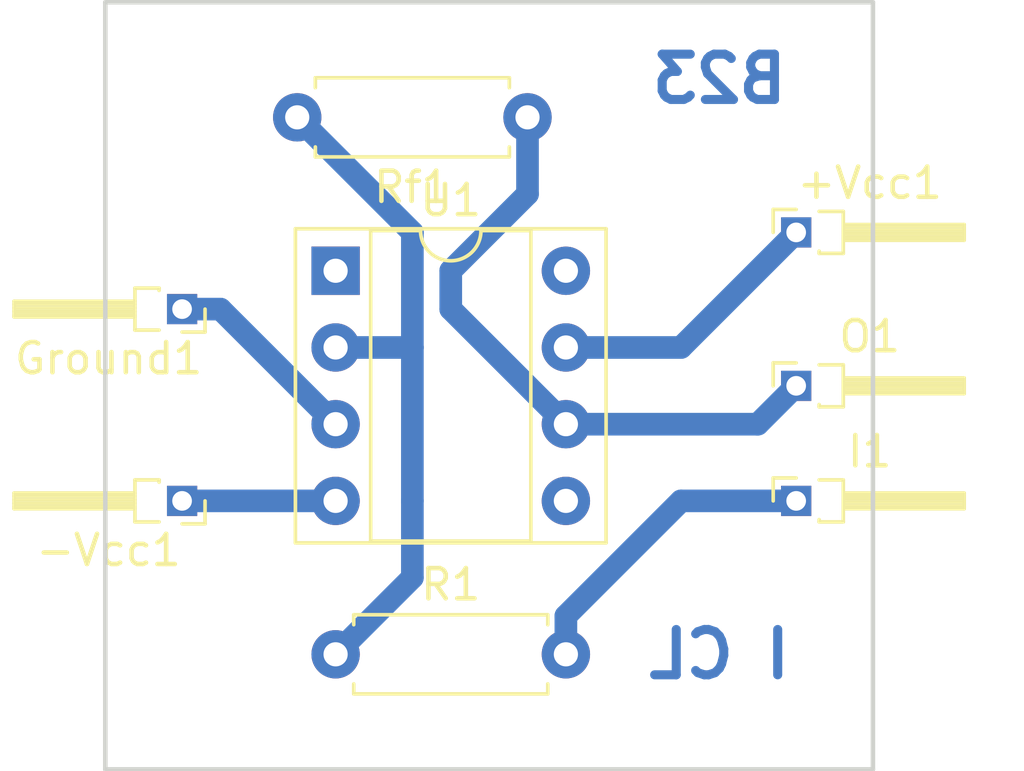
<source format=kicad_pcb>
(kicad_pcb (version 4) (host pcbnew 4.0.7)

  (general
    (links 8)
    (no_connects 0)
    (area 136.014999 77.394999 170.192501 102.945001)
    (thickness 1.6)
    (drawings 6)
    (tracks 20)
    (zones 0)
    (modules 8)
    (nets 10)
  )

  (page A4)
  (layers
    (0 F.Cu signal)
    (31 B.Cu signal)
    (32 B.Adhes user)
    (33 F.Adhes user)
    (34 B.Paste user)
    (35 F.Paste user)
    (36 B.SilkS user)
    (37 F.SilkS user)
    (38 B.Mask user)
    (39 F.Mask user)
    (40 Dwgs.User user)
    (41 Cmts.User user)
    (42 Eco1.User user)
    (43 Eco2.User user)
    (44 Edge.Cuts user)
    (45 Margin user)
    (46 B.CrtYd user)
    (47 F.CrtYd user)
    (48 B.Fab user)
    (49 F.Fab user)
  )

  (setup
    (last_trace_width 0.75)
    (trace_clearance 0.2)
    (zone_clearance 0.508)
    (zone_45_only no)
    (trace_min 0.2)
    (segment_width 0.2)
    (edge_width 0.15)
    (via_size 0.6)
    (via_drill 0.4)
    (via_min_size 0.4)
    (via_min_drill 0.3)
    (uvia_size 0.3)
    (uvia_drill 0.1)
    (uvias_allowed no)
    (uvia_min_size 0.2)
    (uvia_min_drill 0.1)
    (pcb_text_width 0.3)
    (pcb_text_size 1.5 1.5)
    (mod_edge_width 0.15)
    (mod_text_size 1 1)
    (mod_text_width 0.15)
    (pad_size 1.524 1.524)
    (pad_drill 0.762)
    (pad_to_mask_clearance 0.2)
    (aux_axis_origin 0 0)
    (visible_elements FFFFFF7F)
    (pcbplotparams
      (layerselection 0x3d030_80000001)
      (usegerberextensions false)
      (excludeedgelayer true)
      (linewidth 0.100000)
      (plotframeref false)
      (viasonmask false)
      (mode 1)
      (useauxorigin false)
      (hpglpennumber 1)
      (hpglpenspeed 20)
      (hpglpendiameter 15)
      (hpglpenoverlay 2)
      (psnegative false)
      (psa4output false)
      (plotreference true)
      (plotvalue true)
      (plotinvisibletext false)
      (padsonsilk false)
      (subtractmaskfromsilk false)
      (outputformat 4)
      (mirror false)
      (drillshape 0)
      (scaleselection 1)
      (outputdirectory ""))
  )

  (net 0 "")
  (net 1 "Net-(+Vcc1-Pad1)")
  (net 2 "Net-(-Vcc1-Pad1)")
  (net 3 "Net-(Ground1-Pad1)")
  (net 4 "Net-(I1-Pad1)")
  (net 5 "Net-(O1-Pad1)")
  (net 6 "Net-(R1-Pad1)")
  (net 7 "Net-(U1-Pad1)")
  (net 8 "Net-(U1-Pad5)")
  (net 9 "Net-(U1-Pad8)")

  (net_class Default "This is the default net class."
    (clearance 0.2)
    (trace_width 0.75)
    (via_dia 0.6)
    (via_drill 0.4)
    (uvia_dia 0.3)
    (uvia_drill 0.1)
    (add_net "Net-(+Vcc1-Pad1)")
    (add_net "Net-(-Vcc1-Pad1)")
    (add_net "Net-(Ground1-Pad1)")
    (add_net "Net-(I1-Pad1)")
    (add_net "Net-(O1-Pad1)")
    (add_net "Net-(R1-Pad1)")
    (add_net "Net-(U1-Pad1)")
    (add_net "Net-(U1-Pad5)")
    (add_net "Net-(U1-Pad8)")
  )

  (module Pin_Headers:Pin_Header_Angled_1x01_Pitch1.27mm (layer F.Cu) (tedit 59650535) (tstamp 5C4A09F4)
    (at 162.56 85.09)
    (descr "Through hole angled pin header, 1x01, 1.27mm pitch, 4.0mm pin length, single row")
    (tags "Through hole angled pin header THT 1x01 1.27mm single row")
    (path /5C4A0792)
    (fp_text reference +Vcc1 (at 2.4325 -1.635) (layer F.SilkS)
      (effects (font (size 1 1) (thickness 0.15)))
    )
    (fp_text value +12V (at 2.4325 1.635) (layer F.Fab)
      (effects (font (size 1 1) (thickness 0.15)))
    )
    (fp_line (start 0.75 -0.635) (end 1.5 -0.635) (layer F.Fab) (width 0.1))
    (fp_line (start 1.5 -0.635) (end 1.5 0.635) (layer F.Fab) (width 0.1))
    (fp_line (start 1.5 0.635) (end 0.5 0.635) (layer F.Fab) (width 0.1))
    (fp_line (start 0.5 0.635) (end 0.5 -0.385) (layer F.Fab) (width 0.1))
    (fp_line (start 0.5 -0.385) (end 0.75 -0.635) (layer F.Fab) (width 0.1))
    (fp_line (start -0.2 -0.2) (end 0.5 -0.2) (layer F.Fab) (width 0.1))
    (fp_line (start -0.2 -0.2) (end -0.2 0.2) (layer F.Fab) (width 0.1))
    (fp_line (start -0.2 0.2) (end 0.5 0.2) (layer F.Fab) (width 0.1))
    (fp_line (start 1.5 -0.2) (end 5.5 -0.2) (layer F.Fab) (width 0.1))
    (fp_line (start 5.5 -0.2) (end 5.5 0.2) (layer F.Fab) (width 0.1))
    (fp_line (start 1.5 0.2) (end 5.5 0.2) (layer F.Fab) (width 0.1))
    (fp_line (start 0.76 -0.695) (end 1.56 -0.695) (layer F.SilkS) (width 0.12))
    (fp_line (start 1.56 -0.695) (end 1.56 0.695) (layer F.SilkS) (width 0.12))
    (fp_line (start 1.56 0.695) (end 0.76 0.695) (layer F.SilkS) (width 0.12))
    (fp_line (start 0.76 0.695) (end 0.76 0.619677) (layer F.SilkS) (width 0.12))
    (fp_line (start 1.56 -0.26) (end 5.56 -0.26) (layer F.SilkS) (width 0.12))
    (fp_line (start 5.56 -0.26) (end 5.56 0.26) (layer F.SilkS) (width 0.12))
    (fp_line (start 5.56 0.26) (end 1.56 0.26) (layer F.SilkS) (width 0.12))
    (fp_line (start 1.56 -0.2) (end 5.56 -0.2) (layer F.SilkS) (width 0.12))
    (fp_line (start 1.56 -0.08) (end 5.56 -0.08) (layer F.SilkS) (width 0.12))
    (fp_line (start 1.56 0.04) (end 5.56 0.04) (layer F.SilkS) (width 0.12))
    (fp_line (start 1.56 0.16) (end 5.56 0.16) (layer F.SilkS) (width 0.12))
    (fp_line (start -0.76 0) (end -0.76 -0.76) (layer F.SilkS) (width 0.12))
    (fp_line (start -0.76 -0.76) (end 0 -0.76) (layer F.SilkS) (width 0.12))
    (fp_line (start -1.15 -1.15) (end -1.15 1.15) (layer F.CrtYd) (width 0.05))
    (fp_line (start -1.15 1.15) (end 6 1.15) (layer F.CrtYd) (width 0.05))
    (fp_line (start 6 1.15) (end 6 -1.15) (layer F.CrtYd) (width 0.05))
    (fp_line (start 6 -1.15) (end -1.15 -1.15) (layer F.CrtYd) (width 0.05))
    (fp_text user %R (at 1 0 90) (layer F.Fab)
      (effects (font (size 0.6 0.6) (thickness 0.09)))
    )
    (pad 1 thru_hole rect (at 0 0) (size 1 1) (drill 0.65) (layers *.Cu *.Mask)
      (net 1 "Net-(+Vcc1-Pad1)"))
    (model ${KISYS3DMOD}/Pin_Headers.3dshapes/Pin_Header_Angled_1x01_Pitch1.27mm.wrl
      (at (xyz 0 0 0))
      (scale (xyz 1 1 1))
      (rotate (xyz 0 0 0))
    )
  )

  (module Pin_Headers:Pin_Header_Angled_1x01_Pitch1.27mm (layer F.Cu) (tedit 59650535) (tstamp 5C4A09F9)
    (at 142.24 93.98 180)
    (descr "Through hole angled pin header, 1x01, 1.27mm pitch, 4.0mm pin length, single row")
    (tags "Through hole angled pin header THT 1x01 1.27mm single row")
    (path /5C4A07C1)
    (fp_text reference -Vcc1 (at 2.4325 -1.635 180) (layer F.SilkS)
      (effects (font (size 1 1) (thickness 0.15)))
    )
    (fp_text value -12V (at 2.4325 1.635 180) (layer F.Fab)
      (effects (font (size 1 1) (thickness 0.15)))
    )
    (fp_line (start 0.75 -0.635) (end 1.5 -0.635) (layer F.Fab) (width 0.1))
    (fp_line (start 1.5 -0.635) (end 1.5 0.635) (layer F.Fab) (width 0.1))
    (fp_line (start 1.5 0.635) (end 0.5 0.635) (layer F.Fab) (width 0.1))
    (fp_line (start 0.5 0.635) (end 0.5 -0.385) (layer F.Fab) (width 0.1))
    (fp_line (start 0.5 -0.385) (end 0.75 -0.635) (layer F.Fab) (width 0.1))
    (fp_line (start -0.2 -0.2) (end 0.5 -0.2) (layer F.Fab) (width 0.1))
    (fp_line (start -0.2 -0.2) (end -0.2 0.2) (layer F.Fab) (width 0.1))
    (fp_line (start -0.2 0.2) (end 0.5 0.2) (layer F.Fab) (width 0.1))
    (fp_line (start 1.5 -0.2) (end 5.5 -0.2) (layer F.Fab) (width 0.1))
    (fp_line (start 5.5 -0.2) (end 5.5 0.2) (layer F.Fab) (width 0.1))
    (fp_line (start 1.5 0.2) (end 5.5 0.2) (layer F.Fab) (width 0.1))
    (fp_line (start 0.76 -0.695) (end 1.56 -0.695) (layer F.SilkS) (width 0.12))
    (fp_line (start 1.56 -0.695) (end 1.56 0.695) (layer F.SilkS) (width 0.12))
    (fp_line (start 1.56 0.695) (end 0.76 0.695) (layer F.SilkS) (width 0.12))
    (fp_line (start 0.76 0.695) (end 0.76 0.619677) (layer F.SilkS) (width 0.12))
    (fp_line (start 1.56 -0.26) (end 5.56 -0.26) (layer F.SilkS) (width 0.12))
    (fp_line (start 5.56 -0.26) (end 5.56 0.26) (layer F.SilkS) (width 0.12))
    (fp_line (start 5.56 0.26) (end 1.56 0.26) (layer F.SilkS) (width 0.12))
    (fp_line (start 1.56 -0.2) (end 5.56 -0.2) (layer F.SilkS) (width 0.12))
    (fp_line (start 1.56 -0.08) (end 5.56 -0.08) (layer F.SilkS) (width 0.12))
    (fp_line (start 1.56 0.04) (end 5.56 0.04) (layer F.SilkS) (width 0.12))
    (fp_line (start 1.56 0.16) (end 5.56 0.16) (layer F.SilkS) (width 0.12))
    (fp_line (start -0.76 0) (end -0.76 -0.76) (layer F.SilkS) (width 0.12))
    (fp_line (start -0.76 -0.76) (end 0 -0.76) (layer F.SilkS) (width 0.12))
    (fp_line (start -1.15 -1.15) (end -1.15 1.15) (layer F.CrtYd) (width 0.05))
    (fp_line (start -1.15 1.15) (end 6 1.15) (layer F.CrtYd) (width 0.05))
    (fp_line (start 6 1.15) (end 6 -1.15) (layer F.CrtYd) (width 0.05))
    (fp_line (start 6 -1.15) (end -1.15 -1.15) (layer F.CrtYd) (width 0.05))
    (fp_text user %R (at 1 0 270) (layer F.Fab)
      (effects (font (size 0.6 0.6) (thickness 0.09)))
    )
    (pad 1 thru_hole rect (at 0 0 180) (size 1 1) (drill 0.65) (layers *.Cu *.Mask)
      (net 2 "Net-(-Vcc1-Pad1)"))
    (model ${KISYS3DMOD}/Pin_Headers.3dshapes/Pin_Header_Angled_1x01_Pitch1.27mm.wrl
      (at (xyz 0 0 0))
      (scale (xyz 1 1 1))
      (rotate (xyz 0 0 0))
    )
  )

  (module Pin_Headers:Pin_Header_Angled_1x01_Pitch1.27mm (layer F.Cu) (tedit 59650535) (tstamp 5C4A09FE)
    (at 142.24 87.63 180)
    (descr "Through hole angled pin header, 1x01, 1.27mm pitch, 4.0mm pin length, single row")
    (tags "Through hole angled pin header THT 1x01 1.27mm single row")
    (path /5C4A07E8)
    (fp_text reference Ground1 (at 2.4325 -1.635 180) (layer F.SilkS)
      (effects (font (size 1 1) (thickness 0.15)))
    )
    (fp_text value Gnd (at 2.4325 1.635 180) (layer F.Fab)
      (effects (font (size 1 1) (thickness 0.15)))
    )
    (fp_line (start 0.75 -0.635) (end 1.5 -0.635) (layer F.Fab) (width 0.1))
    (fp_line (start 1.5 -0.635) (end 1.5 0.635) (layer F.Fab) (width 0.1))
    (fp_line (start 1.5 0.635) (end 0.5 0.635) (layer F.Fab) (width 0.1))
    (fp_line (start 0.5 0.635) (end 0.5 -0.385) (layer F.Fab) (width 0.1))
    (fp_line (start 0.5 -0.385) (end 0.75 -0.635) (layer F.Fab) (width 0.1))
    (fp_line (start -0.2 -0.2) (end 0.5 -0.2) (layer F.Fab) (width 0.1))
    (fp_line (start -0.2 -0.2) (end -0.2 0.2) (layer F.Fab) (width 0.1))
    (fp_line (start -0.2 0.2) (end 0.5 0.2) (layer F.Fab) (width 0.1))
    (fp_line (start 1.5 -0.2) (end 5.5 -0.2) (layer F.Fab) (width 0.1))
    (fp_line (start 5.5 -0.2) (end 5.5 0.2) (layer F.Fab) (width 0.1))
    (fp_line (start 1.5 0.2) (end 5.5 0.2) (layer F.Fab) (width 0.1))
    (fp_line (start 0.76 -0.695) (end 1.56 -0.695) (layer F.SilkS) (width 0.12))
    (fp_line (start 1.56 -0.695) (end 1.56 0.695) (layer F.SilkS) (width 0.12))
    (fp_line (start 1.56 0.695) (end 0.76 0.695) (layer F.SilkS) (width 0.12))
    (fp_line (start 0.76 0.695) (end 0.76 0.619677) (layer F.SilkS) (width 0.12))
    (fp_line (start 1.56 -0.26) (end 5.56 -0.26) (layer F.SilkS) (width 0.12))
    (fp_line (start 5.56 -0.26) (end 5.56 0.26) (layer F.SilkS) (width 0.12))
    (fp_line (start 5.56 0.26) (end 1.56 0.26) (layer F.SilkS) (width 0.12))
    (fp_line (start 1.56 -0.2) (end 5.56 -0.2) (layer F.SilkS) (width 0.12))
    (fp_line (start 1.56 -0.08) (end 5.56 -0.08) (layer F.SilkS) (width 0.12))
    (fp_line (start 1.56 0.04) (end 5.56 0.04) (layer F.SilkS) (width 0.12))
    (fp_line (start 1.56 0.16) (end 5.56 0.16) (layer F.SilkS) (width 0.12))
    (fp_line (start -0.76 0) (end -0.76 -0.76) (layer F.SilkS) (width 0.12))
    (fp_line (start -0.76 -0.76) (end 0 -0.76) (layer F.SilkS) (width 0.12))
    (fp_line (start -1.15 -1.15) (end -1.15 1.15) (layer F.CrtYd) (width 0.05))
    (fp_line (start -1.15 1.15) (end 6 1.15) (layer F.CrtYd) (width 0.05))
    (fp_line (start 6 1.15) (end 6 -1.15) (layer F.CrtYd) (width 0.05))
    (fp_line (start 6 -1.15) (end -1.15 -1.15) (layer F.CrtYd) (width 0.05))
    (fp_text user %R (at 1 0 270) (layer F.Fab)
      (effects (font (size 0.6 0.6) (thickness 0.09)))
    )
    (pad 1 thru_hole rect (at 0 0 180) (size 1 1) (drill 0.65) (layers *.Cu *.Mask)
      (net 3 "Net-(Ground1-Pad1)"))
    (model ${KISYS3DMOD}/Pin_Headers.3dshapes/Pin_Header_Angled_1x01_Pitch1.27mm.wrl
      (at (xyz 0 0 0))
      (scale (xyz 1 1 1))
      (rotate (xyz 0 0 0))
    )
  )

  (module Pin_Headers:Pin_Header_Angled_1x01_Pitch1.27mm (layer F.Cu) (tedit 59650535) (tstamp 5C4A0A03)
    (at 162.56 93.98)
    (descr "Through hole angled pin header, 1x01, 1.27mm pitch, 4.0mm pin length, single row")
    (tags "Through hole angled pin header THT 1x01 1.27mm single row")
    (path /5C4A0842)
    (fp_text reference I1 (at 2.4325 -1.635) (layer F.SilkS)
      (effects (font (size 1 1) (thickness 0.15)))
    )
    (fp_text value "sine 2V 1kHz" (at 2.4325 1.635) (layer F.Fab)
      (effects (font (size 1 1) (thickness 0.15)))
    )
    (fp_line (start 0.75 -0.635) (end 1.5 -0.635) (layer F.Fab) (width 0.1))
    (fp_line (start 1.5 -0.635) (end 1.5 0.635) (layer F.Fab) (width 0.1))
    (fp_line (start 1.5 0.635) (end 0.5 0.635) (layer F.Fab) (width 0.1))
    (fp_line (start 0.5 0.635) (end 0.5 -0.385) (layer F.Fab) (width 0.1))
    (fp_line (start 0.5 -0.385) (end 0.75 -0.635) (layer F.Fab) (width 0.1))
    (fp_line (start -0.2 -0.2) (end 0.5 -0.2) (layer F.Fab) (width 0.1))
    (fp_line (start -0.2 -0.2) (end -0.2 0.2) (layer F.Fab) (width 0.1))
    (fp_line (start -0.2 0.2) (end 0.5 0.2) (layer F.Fab) (width 0.1))
    (fp_line (start 1.5 -0.2) (end 5.5 -0.2) (layer F.Fab) (width 0.1))
    (fp_line (start 5.5 -0.2) (end 5.5 0.2) (layer F.Fab) (width 0.1))
    (fp_line (start 1.5 0.2) (end 5.5 0.2) (layer F.Fab) (width 0.1))
    (fp_line (start 0.76 -0.695) (end 1.56 -0.695) (layer F.SilkS) (width 0.12))
    (fp_line (start 1.56 -0.695) (end 1.56 0.695) (layer F.SilkS) (width 0.12))
    (fp_line (start 1.56 0.695) (end 0.76 0.695) (layer F.SilkS) (width 0.12))
    (fp_line (start 0.76 0.695) (end 0.76 0.619677) (layer F.SilkS) (width 0.12))
    (fp_line (start 1.56 -0.26) (end 5.56 -0.26) (layer F.SilkS) (width 0.12))
    (fp_line (start 5.56 -0.26) (end 5.56 0.26) (layer F.SilkS) (width 0.12))
    (fp_line (start 5.56 0.26) (end 1.56 0.26) (layer F.SilkS) (width 0.12))
    (fp_line (start 1.56 -0.2) (end 5.56 -0.2) (layer F.SilkS) (width 0.12))
    (fp_line (start 1.56 -0.08) (end 5.56 -0.08) (layer F.SilkS) (width 0.12))
    (fp_line (start 1.56 0.04) (end 5.56 0.04) (layer F.SilkS) (width 0.12))
    (fp_line (start 1.56 0.16) (end 5.56 0.16) (layer F.SilkS) (width 0.12))
    (fp_line (start -0.76 0) (end -0.76 -0.76) (layer F.SilkS) (width 0.12))
    (fp_line (start -0.76 -0.76) (end 0 -0.76) (layer F.SilkS) (width 0.12))
    (fp_line (start -1.15 -1.15) (end -1.15 1.15) (layer F.CrtYd) (width 0.05))
    (fp_line (start -1.15 1.15) (end 6 1.15) (layer F.CrtYd) (width 0.05))
    (fp_line (start 6 1.15) (end 6 -1.15) (layer F.CrtYd) (width 0.05))
    (fp_line (start 6 -1.15) (end -1.15 -1.15) (layer F.CrtYd) (width 0.05))
    (fp_text user %R (at 1 0 90) (layer F.Fab)
      (effects (font (size 0.6 0.6) (thickness 0.09)))
    )
    (pad 1 thru_hole rect (at 0 0) (size 1 1) (drill 0.65) (layers *.Cu *.Mask)
      (net 4 "Net-(I1-Pad1)"))
    (model ${KISYS3DMOD}/Pin_Headers.3dshapes/Pin_Header_Angled_1x01_Pitch1.27mm.wrl
      (at (xyz 0 0 0))
      (scale (xyz 1 1 1))
      (rotate (xyz 0 0 0))
    )
  )

  (module Pin_Headers:Pin_Header_Angled_1x01_Pitch1.27mm (layer F.Cu) (tedit 59650535) (tstamp 5C4A0A08)
    (at 162.56 90.17)
    (descr "Through hole angled pin header, 1x01, 1.27mm pitch, 4.0mm pin length, single row")
    (tags "Through hole angled pin header THT 1x01 1.27mm single row")
    (path /5C4A0817)
    (fp_text reference O1 (at 2.4325 -1.635) (layer F.SilkS)
      (effects (font (size 1 1) (thickness 0.15)))
    )
    (fp_text value CRO (at 2.4325 1.635) (layer F.Fab)
      (effects (font (size 1 1) (thickness 0.15)))
    )
    (fp_line (start 0.75 -0.635) (end 1.5 -0.635) (layer F.Fab) (width 0.1))
    (fp_line (start 1.5 -0.635) (end 1.5 0.635) (layer F.Fab) (width 0.1))
    (fp_line (start 1.5 0.635) (end 0.5 0.635) (layer F.Fab) (width 0.1))
    (fp_line (start 0.5 0.635) (end 0.5 -0.385) (layer F.Fab) (width 0.1))
    (fp_line (start 0.5 -0.385) (end 0.75 -0.635) (layer F.Fab) (width 0.1))
    (fp_line (start -0.2 -0.2) (end 0.5 -0.2) (layer F.Fab) (width 0.1))
    (fp_line (start -0.2 -0.2) (end -0.2 0.2) (layer F.Fab) (width 0.1))
    (fp_line (start -0.2 0.2) (end 0.5 0.2) (layer F.Fab) (width 0.1))
    (fp_line (start 1.5 -0.2) (end 5.5 -0.2) (layer F.Fab) (width 0.1))
    (fp_line (start 5.5 -0.2) (end 5.5 0.2) (layer F.Fab) (width 0.1))
    (fp_line (start 1.5 0.2) (end 5.5 0.2) (layer F.Fab) (width 0.1))
    (fp_line (start 0.76 -0.695) (end 1.56 -0.695) (layer F.SilkS) (width 0.12))
    (fp_line (start 1.56 -0.695) (end 1.56 0.695) (layer F.SilkS) (width 0.12))
    (fp_line (start 1.56 0.695) (end 0.76 0.695) (layer F.SilkS) (width 0.12))
    (fp_line (start 0.76 0.695) (end 0.76 0.619677) (layer F.SilkS) (width 0.12))
    (fp_line (start 1.56 -0.26) (end 5.56 -0.26) (layer F.SilkS) (width 0.12))
    (fp_line (start 5.56 -0.26) (end 5.56 0.26) (layer F.SilkS) (width 0.12))
    (fp_line (start 5.56 0.26) (end 1.56 0.26) (layer F.SilkS) (width 0.12))
    (fp_line (start 1.56 -0.2) (end 5.56 -0.2) (layer F.SilkS) (width 0.12))
    (fp_line (start 1.56 -0.08) (end 5.56 -0.08) (layer F.SilkS) (width 0.12))
    (fp_line (start 1.56 0.04) (end 5.56 0.04) (layer F.SilkS) (width 0.12))
    (fp_line (start 1.56 0.16) (end 5.56 0.16) (layer F.SilkS) (width 0.12))
    (fp_line (start -0.76 0) (end -0.76 -0.76) (layer F.SilkS) (width 0.12))
    (fp_line (start -0.76 -0.76) (end 0 -0.76) (layer F.SilkS) (width 0.12))
    (fp_line (start -1.15 -1.15) (end -1.15 1.15) (layer F.CrtYd) (width 0.05))
    (fp_line (start -1.15 1.15) (end 6 1.15) (layer F.CrtYd) (width 0.05))
    (fp_line (start 6 1.15) (end 6 -1.15) (layer F.CrtYd) (width 0.05))
    (fp_line (start 6 -1.15) (end -1.15 -1.15) (layer F.CrtYd) (width 0.05))
    (fp_text user %R (at 1 0 90) (layer F.Fab)
      (effects (font (size 0.6 0.6) (thickness 0.09)))
    )
    (pad 1 thru_hole rect (at 0 0) (size 1 1) (drill 0.65) (layers *.Cu *.Mask)
      (net 5 "Net-(O1-Pad1)"))
    (model ${KISYS3DMOD}/Pin_Headers.3dshapes/Pin_Header_Angled_1x01_Pitch1.27mm.wrl
      (at (xyz 0 0 0))
      (scale (xyz 1 1 1))
      (rotate (xyz 0 0 0))
    )
  )

  (module Resistors_THT:R_Axial_DIN0207_L6.3mm_D2.5mm_P7.62mm_Horizontal (layer F.Cu) (tedit 5874F706) (tstamp 5C4A0A0E)
    (at 147.32 99.06)
    (descr "Resistor, Axial_DIN0207 series, Axial, Horizontal, pin pitch=7.62mm, 0.25W = 1/4W, length*diameter=6.3*2.5mm^2, http://cdn-reichelt.de/documents/datenblatt/B400/1_4W%23YAG.pdf")
    (tags "Resistor Axial_DIN0207 series Axial Horizontal pin pitch 7.62mm 0.25W = 1/4W length 6.3mm diameter 2.5mm")
    (path /5C4A0707)
    (fp_text reference R1 (at 3.81 -2.31) (layer F.SilkS)
      (effects (font (size 1 1) (thickness 0.15)))
    )
    (fp_text value "1k ohm" (at 3.81 2.31) (layer F.Fab)
      (effects (font (size 1 1) (thickness 0.15)))
    )
    (fp_line (start 0.66 -1.25) (end 0.66 1.25) (layer F.Fab) (width 0.1))
    (fp_line (start 0.66 1.25) (end 6.96 1.25) (layer F.Fab) (width 0.1))
    (fp_line (start 6.96 1.25) (end 6.96 -1.25) (layer F.Fab) (width 0.1))
    (fp_line (start 6.96 -1.25) (end 0.66 -1.25) (layer F.Fab) (width 0.1))
    (fp_line (start 0 0) (end 0.66 0) (layer F.Fab) (width 0.1))
    (fp_line (start 7.62 0) (end 6.96 0) (layer F.Fab) (width 0.1))
    (fp_line (start 0.6 -0.98) (end 0.6 -1.31) (layer F.SilkS) (width 0.12))
    (fp_line (start 0.6 -1.31) (end 7.02 -1.31) (layer F.SilkS) (width 0.12))
    (fp_line (start 7.02 -1.31) (end 7.02 -0.98) (layer F.SilkS) (width 0.12))
    (fp_line (start 0.6 0.98) (end 0.6 1.31) (layer F.SilkS) (width 0.12))
    (fp_line (start 0.6 1.31) (end 7.02 1.31) (layer F.SilkS) (width 0.12))
    (fp_line (start 7.02 1.31) (end 7.02 0.98) (layer F.SilkS) (width 0.12))
    (fp_line (start -1.05 -1.6) (end -1.05 1.6) (layer F.CrtYd) (width 0.05))
    (fp_line (start -1.05 1.6) (end 8.7 1.6) (layer F.CrtYd) (width 0.05))
    (fp_line (start 8.7 1.6) (end 8.7 -1.6) (layer F.CrtYd) (width 0.05))
    (fp_line (start 8.7 -1.6) (end -1.05 -1.6) (layer F.CrtYd) (width 0.05))
    (pad 1 thru_hole circle (at 0 0) (size 1.6 1.6) (drill 0.8) (layers *.Cu *.Mask)
      (net 6 "Net-(R1-Pad1)"))
    (pad 2 thru_hole oval (at 7.62 0) (size 1.6 1.6) (drill 0.8) (layers *.Cu *.Mask)
      (net 4 "Net-(I1-Pad1)"))
    (model ${KISYS3DMOD}/Resistors_THT.3dshapes/R_Axial_DIN0207_L6.3mm_D2.5mm_P7.62mm_Horizontal.wrl
      (at (xyz 0 0 0))
      (scale (xyz 0.393701 0.393701 0.393701))
      (rotate (xyz 0 0 0))
    )
  )

  (module Resistors_THT:R_Axial_DIN0207_L6.3mm_D2.5mm_P7.62mm_Horizontal (layer F.Cu) (tedit 5874F706) (tstamp 5C4A0A14)
    (at 153.67 81.28 180)
    (descr "Resistor, Axial_DIN0207 series, Axial, Horizontal, pin pitch=7.62mm, 0.25W = 1/4W, length*diameter=6.3*2.5mm^2, http://cdn-reichelt.de/documents/datenblatt/B400/1_4W%23YAG.pdf")
    (tags "Resistor Axial_DIN0207 series Axial Horizontal pin pitch 7.62mm 0.25W = 1/4W length 6.3mm diameter 2.5mm")
    (path /5C4A072A)
    (fp_text reference Rf1 (at 3.81 -2.31 180) (layer F.SilkS)
      (effects (font (size 1 1) (thickness 0.15)))
    )
    (fp_text value "5k ohm" (at 3.81 2.31 180) (layer F.Fab)
      (effects (font (size 1 1) (thickness 0.15)))
    )
    (fp_line (start 0.66 -1.25) (end 0.66 1.25) (layer F.Fab) (width 0.1))
    (fp_line (start 0.66 1.25) (end 6.96 1.25) (layer F.Fab) (width 0.1))
    (fp_line (start 6.96 1.25) (end 6.96 -1.25) (layer F.Fab) (width 0.1))
    (fp_line (start 6.96 -1.25) (end 0.66 -1.25) (layer F.Fab) (width 0.1))
    (fp_line (start 0 0) (end 0.66 0) (layer F.Fab) (width 0.1))
    (fp_line (start 7.62 0) (end 6.96 0) (layer F.Fab) (width 0.1))
    (fp_line (start 0.6 -0.98) (end 0.6 -1.31) (layer F.SilkS) (width 0.12))
    (fp_line (start 0.6 -1.31) (end 7.02 -1.31) (layer F.SilkS) (width 0.12))
    (fp_line (start 7.02 -1.31) (end 7.02 -0.98) (layer F.SilkS) (width 0.12))
    (fp_line (start 0.6 0.98) (end 0.6 1.31) (layer F.SilkS) (width 0.12))
    (fp_line (start 0.6 1.31) (end 7.02 1.31) (layer F.SilkS) (width 0.12))
    (fp_line (start 7.02 1.31) (end 7.02 0.98) (layer F.SilkS) (width 0.12))
    (fp_line (start -1.05 -1.6) (end -1.05 1.6) (layer F.CrtYd) (width 0.05))
    (fp_line (start -1.05 1.6) (end 8.7 1.6) (layer F.CrtYd) (width 0.05))
    (fp_line (start 8.7 1.6) (end 8.7 -1.6) (layer F.CrtYd) (width 0.05))
    (fp_line (start 8.7 -1.6) (end -1.05 -1.6) (layer F.CrtYd) (width 0.05))
    (pad 1 thru_hole circle (at 0 0 180) (size 1.6 1.6) (drill 0.8) (layers *.Cu *.Mask)
      (net 5 "Net-(O1-Pad1)"))
    (pad 2 thru_hole oval (at 7.62 0 180) (size 1.6 1.6) (drill 0.8) (layers *.Cu *.Mask)
      (net 6 "Net-(R1-Pad1)"))
    (model ${KISYS3DMOD}/Resistors_THT.3dshapes/R_Axial_DIN0207_L6.3mm_D2.5mm_P7.62mm_Horizontal.wrl
      (at (xyz 0 0 0))
      (scale (xyz 0.393701 0.393701 0.393701))
      (rotate (xyz 0 0 0))
    )
  )

  (module Housings_DIP:DIP-8_W7.62mm_Socket (layer F.Cu) (tedit 59C78D6B) (tstamp 5C4A0A20)
    (at 147.32 86.36)
    (descr "8-lead though-hole mounted DIP package, row spacing 7.62 mm (300 mils), Socket")
    (tags "THT DIP DIL PDIP 2.54mm 7.62mm 300mil Socket")
    (path /5C4A06A4)
    (fp_text reference U1 (at 3.81 -2.33) (layer F.SilkS)
      (effects (font (size 1 1) (thickness 0.15)))
    )
    (fp_text value LM741 (at 3.81 9.95) (layer F.Fab)
      (effects (font (size 1 1) (thickness 0.15)))
    )
    (fp_arc (start 3.81 -1.33) (end 2.81 -1.33) (angle -180) (layer F.SilkS) (width 0.12))
    (fp_line (start 1.635 -1.27) (end 6.985 -1.27) (layer F.Fab) (width 0.1))
    (fp_line (start 6.985 -1.27) (end 6.985 8.89) (layer F.Fab) (width 0.1))
    (fp_line (start 6.985 8.89) (end 0.635 8.89) (layer F.Fab) (width 0.1))
    (fp_line (start 0.635 8.89) (end 0.635 -0.27) (layer F.Fab) (width 0.1))
    (fp_line (start 0.635 -0.27) (end 1.635 -1.27) (layer F.Fab) (width 0.1))
    (fp_line (start -1.27 -1.33) (end -1.27 8.95) (layer F.Fab) (width 0.1))
    (fp_line (start -1.27 8.95) (end 8.89 8.95) (layer F.Fab) (width 0.1))
    (fp_line (start 8.89 8.95) (end 8.89 -1.33) (layer F.Fab) (width 0.1))
    (fp_line (start 8.89 -1.33) (end -1.27 -1.33) (layer F.Fab) (width 0.1))
    (fp_line (start 2.81 -1.33) (end 1.16 -1.33) (layer F.SilkS) (width 0.12))
    (fp_line (start 1.16 -1.33) (end 1.16 8.95) (layer F.SilkS) (width 0.12))
    (fp_line (start 1.16 8.95) (end 6.46 8.95) (layer F.SilkS) (width 0.12))
    (fp_line (start 6.46 8.95) (end 6.46 -1.33) (layer F.SilkS) (width 0.12))
    (fp_line (start 6.46 -1.33) (end 4.81 -1.33) (layer F.SilkS) (width 0.12))
    (fp_line (start -1.33 -1.39) (end -1.33 9.01) (layer F.SilkS) (width 0.12))
    (fp_line (start -1.33 9.01) (end 8.95 9.01) (layer F.SilkS) (width 0.12))
    (fp_line (start 8.95 9.01) (end 8.95 -1.39) (layer F.SilkS) (width 0.12))
    (fp_line (start 8.95 -1.39) (end -1.33 -1.39) (layer F.SilkS) (width 0.12))
    (fp_line (start -1.55 -1.6) (end -1.55 9.2) (layer F.CrtYd) (width 0.05))
    (fp_line (start -1.55 9.2) (end 9.15 9.2) (layer F.CrtYd) (width 0.05))
    (fp_line (start 9.15 9.2) (end 9.15 -1.6) (layer F.CrtYd) (width 0.05))
    (fp_line (start 9.15 -1.6) (end -1.55 -1.6) (layer F.CrtYd) (width 0.05))
    (fp_text user %R (at 3.81 3.81) (layer F.Fab)
      (effects (font (size 1 1) (thickness 0.15)))
    )
    (pad 1 thru_hole rect (at 0 0) (size 1.6 1.6) (drill 0.8) (layers *.Cu *.Mask)
      (net 7 "Net-(U1-Pad1)"))
    (pad 5 thru_hole oval (at 7.62 7.62) (size 1.6 1.6) (drill 0.8) (layers *.Cu *.Mask)
      (net 8 "Net-(U1-Pad5)"))
    (pad 2 thru_hole oval (at 0 2.54) (size 1.6 1.6) (drill 0.8) (layers *.Cu *.Mask)
      (net 6 "Net-(R1-Pad1)"))
    (pad 6 thru_hole oval (at 7.62 5.08) (size 1.6 1.6) (drill 0.8) (layers *.Cu *.Mask)
      (net 5 "Net-(O1-Pad1)"))
    (pad 3 thru_hole oval (at 0 5.08) (size 1.6 1.6) (drill 0.8) (layers *.Cu *.Mask)
      (net 3 "Net-(Ground1-Pad1)"))
    (pad 7 thru_hole oval (at 7.62 2.54) (size 1.6 1.6) (drill 0.8) (layers *.Cu *.Mask)
      (net 1 "Net-(+Vcc1-Pad1)"))
    (pad 4 thru_hole oval (at 0 7.62) (size 1.6 1.6) (drill 0.8) (layers *.Cu *.Mask)
      (net 2 "Net-(-Vcc1-Pad1)"))
    (pad 8 thru_hole oval (at 7.62 0) (size 1.6 1.6) (drill 0.8) (layers *.Cu *.Mask)
      (net 9 "Net-(U1-Pad8)"))
    (model ${KISYS3DMOD}/Housings_DIP.3dshapes/DIP-8_W7.62mm_Socket.wrl
      (at (xyz 0 0 0))
      (scale (xyz 1 1 1))
      (rotate (xyz 0 0 0))
    )
  )

  (gr_line (start 139.7 102.87) (end 139.7 77.47) (angle 90) (layer Edge.Cuts) (width 0.15))
  (gr_line (start 165.1 102.87) (end 139.7 102.87) (angle 90) (layer Edge.Cuts) (width 0.15))
  (gr_line (start 165.1 77.47) (end 165.1 102.87) (angle 90) (layer Edge.Cuts) (width 0.15))
  (gr_line (start 139.7 77.47) (end 165.1 77.47) (angle 90) (layer Edge.Cuts) (width 0.15))
  (gr_text "I CL" (at 160.02 99.06) (layer B.Cu)
    (effects (font (size 1.5 1.5) (thickness 0.3)) (justify mirror))
  )
  (gr_text B23 (at 160.02 80.01) (layer B.Cu)
    (effects (font (size 1.5 1.5) (thickness 0.3)) (justify mirror))
  )

  (segment (start 154.94 88.9) (end 158.75 88.9) (width 0.75) (layer B.Cu) (net 1))
  (segment (start 158.75 88.9) (end 162.56 85.09) (width 0.75) (layer B.Cu) (net 1) (tstamp 5C4A0ADA))
  (segment (start 142.24 93.98) (end 147.32 93.98) (width 0.75) (layer B.Cu) (net 2))
  (segment (start 142.24 87.63) (end 143.51 87.63) (width 0.75) (layer B.Cu) (net 3))
  (segment (start 143.51 87.63) (end 147.32 91.44) (width 0.75) (layer B.Cu) (net 3) (tstamp 5C4A0AF5))
  (segment (start 162.56 93.98) (end 158.75 93.98) (width 0.75) (layer B.Cu) (net 4) (status 400000))
  (segment (start 154.94 97.79) (end 154.94 99.06) (width 0.75) (layer B.Cu) (net 4) (tstamp 5C4A0B11) (status 800000))
  (segment (start 158.75 93.98) (end 154.94 97.79) (width 0.75) (layer B.Cu) (net 4) (tstamp 5C4A0B0F))
  (segment (start 153.67 81.28) (end 153.67 83.82) (width 0.75) (layer B.Cu) (net 5))
  (segment (start 151.13 87.63) (end 154.94 91.44) (width 0.75) (layer B.Cu) (net 5) (tstamp 5C4A0AE6))
  (segment (start 151.13 86.36) (end 151.13 87.63) (width 0.75) (layer B.Cu) (net 5) (tstamp 5C4A0AE5))
  (segment (start 153.67 83.82) (end 151.13 86.36) (width 0.75) (layer B.Cu) (net 5) (tstamp 5C4A0AE2))
  (segment (start 154.94 91.44) (end 161.29 91.44) (width 0.75) (layer B.Cu) (net 5))
  (segment (start 161.29 91.44) (end 162.56 90.17) (width 0.75) (layer B.Cu) (net 5) (tstamp 5C4A0ADF))
  (segment (start 147.32 99.06) (end 149.86 96.52) (width 0.75) (layer B.Cu) (net 6))
  (segment (start 149.86 93.98) (end 149.86 88.9) (width 0.75) (layer B.Cu) (net 6) (tstamp 5C4A0AFE))
  (segment (start 149.86 96.52) (end 149.86 93.98) (width 0.75) (layer B.Cu) (net 6) (tstamp 5C4A0AFC))
  (segment (start 146.05 81.28) (end 149.86 85.09) (width 0.75) (layer B.Cu) (net 6))
  (segment (start 149.86 88.9) (end 147.32 88.9) (width 0.75) (layer B.Cu) (net 6) (tstamp 5C4A0AF1))
  (segment (start 149.86 85.09) (end 149.86 88.9) (width 0.75) (layer B.Cu) (net 6) (tstamp 5C4A0AED))

)

</source>
